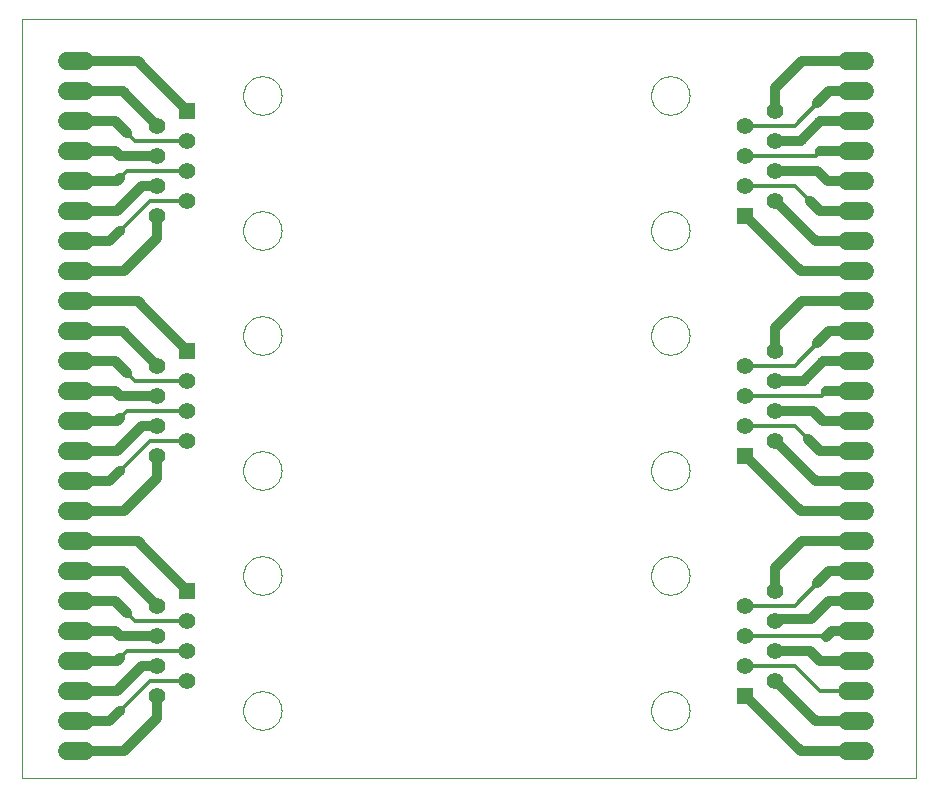
<source format=gtl>
G75*
%MOIN*%
%OFA0B0*%
%FSLAX24Y24*%
%IPPOS*%
%LPD*%
%AMOC8*
5,1,8,0,0,1.08239X$1,22.5*
%
%ADD10C,0.0000*%
%ADD11C,0.0554*%
%ADD12R,0.0554X0.0554*%
%ADD13C,0.0600*%
%ADD14C,0.0320*%
%ADD15C,0.0120*%
D10*
X000100Y000283D02*
X000100Y025583D01*
X029900Y025583D01*
X029900Y000283D01*
X000100Y000283D01*
X007460Y002533D02*
X007462Y002583D01*
X007468Y002633D01*
X007478Y002682D01*
X007491Y002731D01*
X007509Y002778D01*
X007530Y002824D01*
X007554Y002867D01*
X007582Y002909D01*
X007613Y002949D01*
X007647Y002986D01*
X007684Y003020D01*
X007724Y003051D01*
X007766Y003079D01*
X007809Y003103D01*
X007855Y003124D01*
X007902Y003142D01*
X007951Y003155D01*
X008000Y003165D01*
X008050Y003171D01*
X008100Y003173D01*
X008150Y003171D01*
X008200Y003165D01*
X008249Y003155D01*
X008298Y003142D01*
X008345Y003124D01*
X008391Y003103D01*
X008434Y003079D01*
X008476Y003051D01*
X008516Y003020D01*
X008553Y002986D01*
X008587Y002949D01*
X008618Y002909D01*
X008646Y002867D01*
X008670Y002824D01*
X008691Y002778D01*
X008709Y002731D01*
X008722Y002682D01*
X008732Y002633D01*
X008738Y002583D01*
X008740Y002533D01*
X008738Y002483D01*
X008732Y002433D01*
X008722Y002384D01*
X008709Y002335D01*
X008691Y002288D01*
X008670Y002242D01*
X008646Y002199D01*
X008618Y002157D01*
X008587Y002117D01*
X008553Y002080D01*
X008516Y002046D01*
X008476Y002015D01*
X008434Y001987D01*
X008391Y001963D01*
X008345Y001942D01*
X008298Y001924D01*
X008249Y001911D01*
X008200Y001901D01*
X008150Y001895D01*
X008100Y001893D01*
X008050Y001895D01*
X008000Y001901D01*
X007951Y001911D01*
X007902Y001924D01*
X007855Y001942D01*
X007809Y001963D01*
X007766Y001987D01*
X007724Y002015D01*
X007684Y002046D01*
X007647Y002080D01*
X007613Y002117D01*
X007582Y002157D01*
X007554Y002199D01*
X007530Y002242D01*
X007509Y002288D01*
X007491Y002335D01*
X007478Y002384D01*
X007468Y002433D01*
X007462Y002483D01*
X007460Y002533D01*
X007460Y007033D02*
X007462Y007083D01*
X007468Y007133D01*
X007478Y007182D01*
X007491Y007231D01*
X007509Y007278D01*
X007530Y007324D01*
X007554Y007367D01*
X007582Y007409D01*
X007613Y007449D01*
X007647Y007486D01*
X007684Y007520D01*
X007724Y007551D01*
X007766Y007579D01*
X007809Y007603D01*
X007855Y007624D01*
X007902Y007642D01*
X007951Y007655D01*
X008000Y007665D01*
X008050Y007671D01*
X008100Y007673D01*
X008150Y007671D01*
X008200Y007665D01*
X008249Y007655D01*
X008298Y007642D01*
X008345Y007624D01*
X008391Y007603D01*
X008434Y007579D01*
X008476Y007551D01*
X008516Y007520D01*
X008553Y007486D01*
X008587Y007449D01*
X008618Y007409D01*
X008646Y007367D01*
X008670Y007324D01*
X008691Y007278D01*
X008709Y007231D01*
X008722Y007182D01*
X008732Y007133D01*
X008738Y007083D01*
X008740Y007033D01*
X008738Y006983D01*
X008732Y006933D01*
X008722Y006884D01*
X008709Y006835D01*
X008691Y006788D01*
X008670Y006742D01*
X008646Y006699D01*
X008618Y006657D01*
X008587Y006617D01*
X008553Y006580D01*
X008516Y006546D01*
X008476Y006515D01*
X008434Y006487D01*
X008391Y006463D01*
X008345Y006442D01*
X008298Y006424D01*
X008249Y006411D01*
X008200Y006401D01*
X008150Y006395D01*
X008100Y006393D01*
X008050Y006395D01*
X008000Y006401D01*
X007951Y006411D01*
X007902Y006424D01*
X007855Y006442D01*
X007809Y006463D01*
X007766Y006487D01*
X007724Y006515D01*
X007684Y006546D01*
X007647Y006580D01*
X007613Y006617D01*
X007582Y006657D01*
X007554Y006699D01*
X007530Y006742D01*
X007509Y006788D01*
X007491Y006835D01*
X007478Y006884D01*
X007468Y006933D01*
X007462Y006983D01*
X007460Y007033D01*
X007460Y010533D02*
X007462Y010583D01*
X007468Y010633D01*
X007478Y010682D01*
X007491Y010731D01*
X007509Y010778D01*
X007530Y010824D01*
X007554Y010867D01*
X007582Y010909D01*
X007613Y010949D01*
X007647Y010986D01*
X007684Y011020D01*
X007724Y011051D01*
X007766Y011079D01*
X007809Y011103D01*
X007855Y011124D01*
X007902Y011142D01*
X007951Y011155D01*
X008000Y011165D01*
X008050Y011171D01*
X008100Y011173D01*
X008150Y011171D01*
X008200Y011165D01*
X008249Y011155D01*
X008298Y011142D01*
X008345Y011124D01*
X008391Y011103D01*
X008434Y011079D01*
X008476Y011051D01*
X008516Y011020D01*
X008553Y010986D01*
X008587Y010949D01*
X008618Y010909D01*
X008646Y010867D01*
X008670Y010824D01*
X008691Y010778D01*
X008709Y010731D01*
X008722Y010682D01*
X008732Y010633D01*
X008738Y010583D01*
X008740Y010533D01*
X008738Y010483D01*
X008732Y010433D01*
X008722Y010384D01*
X008709Y010335D01*
X008691Y010288D01*
X008670Y010242D01*
X008646Y010199D01*
X008618Y010157D01*
X008587Y010117D01*
X008553Y010080D01*
X008516Y010046D01*
X008476Y010015D01*
X008434Y009987D01*
X008391Y009963D01*
X008345Y009942D01*
X008298Y009924D01*
X008249Y009911D01*
X008200Y009901D01*
X008150Y009895D01*
X008100Y009893D01*
X008050Y009895D01*
X008000Y009901D01*
X007951Y009911D01*
X007902Y009924D01*
X007855Y009942D01*
X007809Y009963D01*
X007766Y009987D01*
X007724Y010015D01*
X007684Y010046D01*
X007647Y010080D01*
X007613Y010117D01*
X007582Y010157D01*
X007554Y010199D01*
X007530Y010242D01*
X007509Y010288D01*
X007491Y010335D01*
X007478Y010384D01*
X007468Y010433D01*
X007462Y010483D01*
X007460Y010533D01*
X007460Y015033D02*
X007462Y015083D01*
X007468Y015133D01*
X007478Y015182D01*
X007491Y015231D01*
X007509Y015278D01*
X007530Y015324D01*
X007554Y015367D01*
X007582Y015409D01*
X007613Y015449D01*
X007647Y015486D01*
X007684Y015520D01*
X007724Y015551D01*
X007766Y015579D01*
X007809Y015603D01*
X007855Y015624D01*
X007902Y015642D01*
X007951Y015655D01*
X008000Y015665D01*
X008050Y015671D01*
X008100Y015673D01*
X008150Y015671D01*
X008200Y015665D01*
X008249Y015655D01*
X008298Y015642D01*
X008345Y015624D01*
X008391Y015603D01*
X008434Y015579D01*
X008476Y015551D01*
X008516Y015520D01*
X008553Y015486D01*
X008587Y015449D01*
X008618Y015409D01*
X008646Y015367D01*
X008670Y015324D01*
X008691Y015278D01*
X008709Y015231D01*
X008722Y015182D01*
X008732Y015133D01*
X008738Y015083D01*
X008740Y015033D01*
X008738Y014983D01*
X008732Y014933D01*
X008722Y014884D01*
X008709Y014835D01*
X008691Y014788D01*
X008670Y014742D01*
X008646Y014699D01*
X008618Y014657D01*
X008587Y014617D01*
X008553Y014580D01*
X008516Y014546D01*
X008476Y014515D01*
X008434Y014487D01*
X008391Y014463D01*
X008345Y014442D01*
X008298Y014424D01*
X008249Y014411D01*
X008200Y014401D01*
X008150Y014395D01*
X008100Y014393D01*
X008050Y014395D01*
X008000Y014401D01*
X007951Y014411D01*
X007902Y014424D01*
X007855Y014442D01*
X007809Y014463D01*
X007766Y014487D01*
X007724Y014515D01*
X007684Y014546D01*
X007647Y014580D01*
X007613Y014617D01*
X007582Y014657D01*
X007554Y014699D01*
X007530Y014742D01*
X007509Y014788D01*
X007491Y014835D01*
X007478Y014884D01*
X007468Y014933D01*
X007462Y014983D01*
X007460Y015033D01*
X007460Y018533D02*
X007462Y018583D01*
X007468Y018633D01*
X007478Y018682D01*
X007491Y018731D01*
X007509Y018778D01*
X007530Y018824D01*
X007554Y018867D01*
X007582Y018909D01*
X007613Y018949D01*
X007647Y018986D01*
X007684Y019020D01*
X007724Y019051D01*
X007766Y019079D01*
X007809Y019103D01*
X007855Y019124D01*
X007902Y019142D01*
X007951Y019155D01*
X008000Y019165D01*
X008050Y019171D01*
X008100Y019173D01*
X008150Y019171D01*
X008200Y019165D01*
X008249Y019155D01*
X008298Y019142D01*
X008345Y019124D01*
X008391Y019103D01*
X008434Y019079D01*
X008476Y019051D01*
X008516Y019020D01*
X008553Y018986D01*
X008587Y018949D01*
X008618Y018909D01*
X008646Y018867D01*
X008670Y018824D01*
X008691Y018778D01*
X008709Y018731D01*
X008722Y018682D01*
X008732Y018633D01*
X008738Y018583D01*
X008740Y018533D01*
X008738Y018483D01*
X008732Y018433D01*
X008722Y018384D01*
X008709Y018335D01*
X008691Y018288D01*
X008670Y018242D01*
X008646Y018199D01*
X008618Y018157D01*
X008587Y018117D01*
X008553Y018080D01*
X008516Y018046D01*
X008476Y018015D01*
X008434Y017987D01*
X008391Y017963D01*
X008345Y017942D01*
X008298Y017924D01*
X008249Y017911D01*
X008200Y017901D01*
X008150Y017895D01*
X008100Y017893D01*
X008050Y017895D01*
X008000Y017901D01*
X007951Y017911D01*
X007902Y017924D01*
X007855Y017942D01*
X007809Y017963D01*
X007766Y017987D01*
X007724Y018015D01*
X007684Y018046D01*
X007647Y018080D01*
X007613Y018117D01*
X007582Y018157D01*
X007554Y018199D01*
X007530Y018242D01*
X007509Y018288D01*
X007491Y018335D01*
X007478Y018384D01*
X007468Y018433D01*
X007462Y018483D01*
X007460Y018533D01*
X007460Y023033D02*
X007462Y023083D01*
X007468Y023133D01*
X007478Y023182D01*
X007491Y023231D01*
X007509Y023278D01*
X007530Y023324D01*
X007554Y023367D01*
X007582Y023409D01*
X007613Y023449D01*
X007647Y023486D01*
X007684Y023520D01*
X007724Y023551D01*
X007766Y023579D01*
X007809Y023603D01*
X007855Y023624D01*
X007902Y023642D01*
X007951Y023655D01*
X008000Y023665D01*
X008050Y023671D01*
X008100Y023673D01*
X008150Y023671D01*
X008200Y023665D01*
X008249Y023655D01*
X008298Y023642D01*
X008345Y023624D01*
X008391Y023603D01*
X008434Y023579D01*
X008476Y023551D01*
X008516Y023520D01*
X008553Y023486D01*
X008587Y023449D01*
X008618Y023409D01*
X008646Y023367D01*
X008670Y023324D01*
X008691Y023278D01*
X008709Y023231D01*
X008722Y023182D01*
X008732Y023133D01*
X008738Y023083D01*
X008740Y023033D01*
X008738Y022983D01*
X008732Y022933D01*
X008722Y022884D01*
X008709Y022835D01*
X008691Y022788D01*
X008670Y022742D01*
X008646Y022699D01*
X008618Y022657D01*
X008587Y022617D01*
X008553Y022580D01*
X008516Y022546D01*
X008476Y022515D01*
X008434Y022487D01*
X008391Y022463D01*
X008345Y022442D01*
X008298Y022424D01*
X008249Y022411D01*
X008200Y022401D01*
X008150Y022395D01*
X008100Y022393D01*
X008050Y022395D01*
X008000Y022401D01*
X007951Y022411D01*
X007902Y022424D01*
X007855Y022442D01*
X007809Y022463D01*
X007766Y022487D01*
X007724Y022515D01*
X007684Y022546D01*
X007647Y022580D01*
X007613Y022617D01*
X007582Y022657D01*
X007554Y022699D01*
X007530Y022742D01*
X007509Y022788D01*
X007491Y022835D01*
X007478Y022884D01*
X007468Y022933D01*
X007462Y022983D01*
X007460Y023033D01*
X021060Y023033D02*
X021062Y023083D01*
X021068Y023133D01*
X021078Y023182D01*
X021091Y023231D01*
X021109Y023278D01*
X021130Y023324D01*
X021154Y023367D01*
X021182Y023409D01*
X021213Y023449D01*
X021247Y023486D01*
X021284Y023520D01*
X021324Y023551D01*
X021366Y023579D01*
X021409Y023603D01*
X021455Y023624D01*
X021502Y023642D01*
X021551Y023655D01*
X021600Y023665D01*
X021650Y023671D01*
X021700Y023673D01*
X021750Y023671D01*
X021800Y023665D01*
X021849Y023655D01*
X021898Y023642D01*
X021945Y023624D01*
X021991Y023603D01*
X022034Y023579D01*
X022076Y023551D01*
X022116Y023520D01*
X022153Y023486D01*
X022187Y023449D01*
X022218Y023409D01*
X022246Y023367D01*
X022270Y023324D01*
X022291Y023278D01*
X022309Y023231D01*
X022322Y023182D01*
X022332Y023133D01*
X022338Y023083D01*
X022340Y023033D01*
X022338Y022983D01*
X022332Y022933D01*
X022322Y022884D01*
X022309Y022835D01*
X022291Y022788D01*
X022270Y022742D01*
X022246Y022699D01*
X022218Y022657D01*
X022187Y022617D01*
X022153Y022580D01*
X022116Y022546D01*
X022076Y022515D01*
X022034Y022487D01*
X021991Y022463D01*
X021945Y022442D01*
X021898Y022424D01*
X021849Y022411D01*
X021800Y022401D01*
X021750Y022395D01*
X021700Y022393D01*
X021650Y022395D01*
X021600Y022401D01*
X021551Y022411D01*
X021502Y022424D01*
X021455Y022442D01*
X021409Y022463D01*
X021366Y022487D01*
X021324Y022515D01*
X021284Y022546D01*
X021247Y022580D01*
X021213Y022617D01*
X021182Y022657D01*
X021154Y022699D01*
X021130Y022742D01*
X021109Y022788D01*
X021091Y022835D01*
X021078Y022884D01*
X021068Y022933D01*
X021062Y022983D01*
X021060Y023033D01*
X021060Y018533D02*
X021062Y018583D01*
X021068Y018633D01*
X021078Y018682D01*
X021091Y018731D01*
X021109Y018778D01*
X021130Y018824D01*
X021154Y018867D01*
X021182Y018909D01*
X021213Y018949D01*
X021247Y018986D01*
X021284Y019020D01*
X021324Y019051D01*
X021366Y019079D01*
X021409Y019103D01*
X021455Y019124D01*
X021502Y019142D01*
X021551Y019155D01*
X021600Y019165D01*
X021650Y019171D01*
X021700Y019173D01*
X021750Y019171D01*
X021800Y019165D01*
X021849Y019155D01*
X021898Y019142D01*
X021945Y019124D01*
X021991Y019103D01*
X022034Y019079D01*
X022076Y019051D01*
X022116Y019020D01*
X022153Y018986D01*
X022187Y018949D01*
X022218Y018909D01*
X022246Y018867D01*
X022270Y018824D01*
X022291Y018778D01*
X022309Y018731D01*
X022322Y018682D01*
X022332Y018633D01*
X022338Y018583D01*
X022340Y018533D01*
X022338Y018483D01*
X022332Y018433D01*
X022322Y018384D01*
X022309Y018335D01*
X022291Y018288D01*
X022270Y018242D01*
X022246Y018199D01*
X022218Y018157D01*
X022187Y018117D01*
X022153Y018080D01*
X022116Y018046D01*
X022076Y018015D01*
X022034Y017987D01*
X021991Y017963D01*
X021945Y017942D01*
X021898Y017924D01*
X021849Y017911D01*
X021800Y017901D01*
X021750Y017895D01*
X021700Y017893D01*
X021650Y017895D01*
X021600Y017901D01*
X021551Y017911D01*
X021502Y017924D01*
X021455Y017942D01*
X021409Y017963D01*
X021366Y017987D01*
X021324Y018015D01*
X021284Y018046D01*
X021247Y018080D01*
X021213Y018117D01*
X021182Y018157D01*
X021154Y018199D01*
X021130Y018242D01*
X021109Y018288D01*
X021091Y018335D01*
X021078Y018384D01*
X021068Y018433D01*
X021062Y018483D01*
X021060Y018533D01*
X021060Y015033D02*
X021062Y015083D01*
X021068Y015133D01*
X021078Y015182D01*
X021091Y015231D01*
X021109Y015278D01*
X021130Y015324D01*
X021154Y015367D01*
X021182Y015409D01*
X021213Y015449D01*
X021247Y015486D01*
X021284Y015520D01*
X021324Y015551D01*
X021366Y015579D01*
X021409Y015603D01*
X021455Y015624D01*
X021502Y015642D01*
X021551Y015655D01*
X021600Y015665D01*
X021650Y015671D01*
X021700Y015673D01*
X021750Y015671D01*
X021800Y015665D01*
X021849Y015655D01*
X021898Y015642D01*
X021945Y015624D01*
X021991Y015603D01*
X022034Y015579D01*
X022076Y015551D01*
X022116Y015520D01*
X022153Y015486D01*
X022187Y015449D01*
X022218Y015409D01*
X022246Y015367D01*
X022270Y015324D01*
X022291Y015278D01*
X022309Y015231D01*
X022322Y015182D01*
X022332Y015133D01*
X022338Y015083D01*
X022340Y015033D01*
X022338Y014983D01*
X022332Y014933D01*
X022322Y014884D01*
X022309Y014835D01*
X022291Y014788D01*
X022270Y014742D01*
X022246Y014699D01*
X022218Y014657D01*
X022187Y014617D01*
X022153Y014580D01*
X022116Y014546D01*
X022076Y014515D01*
X022034Y014487D01*
X021991Y014463D01*
X021945Y014442D01*
X021898Y014424D01*
X021849Y014411D01*
X021800Y014401D01*
X021750Y014395D01*
X021700Y014393D01*
X021650Y014395D01*
X021600Y014401D01*
X021551Y014411D01*
X021502Y014424D01*
X021455Y014442D01*
X021409Y014463D01*
X021366Y014487D01*
X021324Y014515D01*
X021284Y014546D01*
X021247Y014580D01*
X021213Y014617D01*
X021182Y014657D01*
X021154Y014699D01*
X021130Y014742D01*
X021109Y014788D01*
X021091Y014835D01*
X021078Y014884D01*
X021068Y014933D01*
X021062Y014983D01*
X021060Y015033D01*
X021060Y010533D02*
X021062Y010583D01*
X021068Y010633D01*
X021078Y010682D01*
X021091Y010731D01*
X021109Y010778D01*
X021130Y010824D01*
X021154Y010867D01*
X021182Y010909D01*
X021213Y010949D01*
X021247Y010986D01*
X021284Y011020D01*
X021324Y011051D01*
X021366Y011079D01*
X021409Y011103D01*
X021455Y011124D01*
X021502Y011142D01*
X021551Y011155D01*
X021600Y011165D01*
X021650Y011171D01*
X021700Y011173D01*
X021750Y011171D01*
X021800Y011165D01*
X021849Y011155D01*
X021898Y011142D01*
X021945Y011124D01*
X021991Y011103D01*
X022034Y011079D01*
X022076Y011051D01*
X022116Y011020D01*
X022153Y010986D01*
X022187Y010949D01*
X022218Y010909D01*
X022246Y010867D01*
X022270Y010824D01*
X022291Y010778D01*
X022309Y010731D01*
X022322Y010682D01*
X022332Y010633D01*
X022338Y010583D01*
X022340Y010533D01*
X022338Y010483D01*
X022332Y010433D01*
X022322Y010384D01*
X022309Y010335D01*
X022291Y010288D01*
X022270Y010242D01*
X022246Y010199D01*
X022218Y010157D01*
X022187Y010117D01*
X022153Y010080D01*
X022116Y010046D01*
X022076Y010015D01*
X022034Y009987D01*
X021991Y009963D01*
X021945Y009942D01*
X021898Y009924D01*
X021849Y009911D01*
X021800Y009901D01*
X021750Y009895D01*
X021700Y009893D01*
X021650Y009895D01*
X021600Y009901D01*
X021551Y009911D01*
X021502Y009924D01*
X021455Y009942D01*
X021409Y009963D01*
X021366Y009987D01*
X021324Y010015D01*
X021284Y010046D01*
X021247Y010080D01*
X021213Y010117D01*
X021182Y010157D01*
X021154Y010199D01*
X021130Y010242D01*
X021109Y010288D01*
X021091Y010335D01*
X021078Y010384D01*
X021068Y010433D01*
X021062Y010483D01*
X021060Y010533D01*
X021060Y007033D02*
X021062Y007083D01*
X021068Y007133D01*
X021078Y007182D01*
X021091Y007231D01*
X021109Y007278D01*
X021130Y007324D01*
X021154Y007367D01*
X021182Y007409D01*
X021213Y007449D01*
X021247Y007486D01*
X021284Y007520D01*
X021324Y007551D01*
X021366Y007579D01*
X021409Y007603D01*
X021455Y007624D01*
X021502Y007642D01*
X021551Y007655D01*
X021600Y007665D01*
X021650Y007671D01*
X021700Y007673D01*
X021750Y007671D01*
X021800Y007665D01*
X021849Y007655D01*
X021898Y007642D01*
X021945Y007624D01*
X021991Y007603D01*
X022034Y007579D01*
X022076Y007551D01*
X022116Y007520D01*
X022153Y007486D01*
X022187Y007449D01*
X022218Y007409D01*
X022246Y007367D01*
X022270Y007324D01*
X022291Y007278D01*
X022309Y007231D01*
X022322Y007182D01*
X022332Y007133D01*
X022338Y007083D01*
X022340Y007033D01*
X022338Y006983D01*
X022332Y006933D01*
X022322Y006884D01*
X022309Y006835D01*
X022291Y006788D01*
X022270Y006742D01*
X022246Y006699D01*
X022218Y006657D01*
X022187Y006617D01*
X022153Y006580D01*
X022116Y006546D01*
X022076Y006515D01*
X022034Y006487D01*
X021991Y006463D01*
X021945Y006442D01*
X021898Y006424D01*
X021849Y006411D01*
X021800Y006401D01*
X021750Y006395D01*
X021700Y006393D01*
X021650Y006395D01*
X021600Y006401D01*
X021551Y006411D01*
X021502Y006424D01*
X021455Y006442D01*
X021409Y006463D01*
X021366Y006487D01*
X021324Y006515D01*
X021284Y006546D01*
X021247Y006580D01*
X021213Y006617D01*
X021182Y006657D01*
X021154Y006699D01*
X021130Y006742D01*
X021109Y006788D01*
X021091Y006835D01*
X021078Y006884D01*
X021068Y006933D01*
X021062Y006983D01*
X021060Y007033D01*
X021060Y002533D02*
X021062Y002583D01*
X021068Y002633D01*
X021078Y002682D01*
X021091Y002731D01*
X021109Y002778D01*
X021130Y002824D01*
X021154Y002867D01*
X021182Y002909D01*
X021213Y002949D01*
X021247Y002986D01*
X021284Y003020D01*
X021324Y003051D01*
X021366Y003079D01*
X021409Y003103D01*
X021455Y003124D01*
X021502Y003142D01*
X021551Y003155D01*
X021600Y003165D01*
X021650Y003171D01*
X021700Y003173D01*
X021750Y003171D01*
X021800Y003165D01*
X021849Y003155D01*
X021898Y003142D01*
X021945Y003124D01*
X021991Y003103D01*
X022034Y003079D01*
X022076Y003051D01*
X022116Y003020D01*
X022153Y002986D01*
X022187Y002949D01*
X022218Y002909D01*
X022246Y002867D01*
X022270Y002824D01*
X022291Y002778D01*
X022309Y002731D01*
X022322Y002682D01*
X022332Y002633D01*
X022338Y002583D01*
X022340Y002533D01*
X022338Y002483D01*
X022332Y002433D01*
X022322Y002384D01*
X022309Y002335D01*
X022291Y002288D01*
X022270Y002242D01*
X022246Y002199D01*
X022218Y002157D01*
X022187Y002117D01*
X022153Y002080D01*
X022116Y002046D01*
X022076Y002015D01*
X022034Y001987D01*
X021991Y001963D01*
X021945Y001942D01*
X021898Y001924D01*
X021849Y001911D01*
X021800Y001901D01*
X021750Y001895D01*
X021700Y001893D01*
X021650Y001895D01*
X021600Y001901D01*
X021551Y001911D01*
X021502Y001924D01*
X021455Y001942D01*
X021409Y001963D01*
X021366Y001987D01*
X021324Y002015D01*
X021284Y002046D01*
X021247Y002080D01*
X021213Y002117D01*
X021182Y002157D01*
X021154Y002199D01*
X021130Y002242D01*
X021109Y002288D01*
X021091Y002335D01*
X021078Y002384D01*
X021068Y002433D01*
X021062Y002483D01*
X021060Y002533D01*
D11*
X024200Y004033D03*
X024200Y005033D03*
X024200Y006033D03*
X025200Y005533D03*
X025200Y004533D03*
X025200Y003533D03*
X025200Y006533D03*
X025200Y011533D03*
X025200Y012533D03*
X025200Y013533D03*
X025200Y014533D03*
X024200Y014033D03*
X024200Y013033D03*
X024200Y012033D03*
X025200Y019533D03*
X025200Y020533D03*
X025200Y021533D03*
X025200Y022533D03*
X024200Y022033D03*
X024200Y021033D03*
X024200Y020033D03*
X005600Y019533D03*
X005600Y020533D03*
X004600Y020033D03*
X004600Y021033D03*
X005600Y021533D03*
X004600Y022033D03*
X004600Y019033D03*
X004600Y014033D03*
X005600Y013533D03*
X004600Y013033D03*
X005600Y012533D03*
X004600Y012033D03*
X005600Y011533D03*
X004600Y011033D03*
X004600Y006033D03*
X005600Y005533D03*
X004600Y005033D03*
X005600Y004533D03*
X004600Y004033D03*
X005600Y003533D03*
X004600Y003033D03*
D12*
X005600Y006533D03*
X005600Y014533D03*
X005600Y022533D03*
X024200Y019033D03*
X024200Y011033D03*
X024200Y003033D03*
D13*
X027600Y003183D02*
X028200Y003183D01*
X028200Y002183D02*
X027600Y002183D01*
X027600Y001183D02*
X028200Y001183D01*
X028200Y004183D02*
X027600Y004183D01*
X027600Y005183D02*
X028200Y005183D01*
X028200Y006183D02*
X027600Y006183D01*
X027600Y007183D02*
X028200Y007183D01*
X028200Y008183D02*
X027600Y008183D01*
X027600Y009183D02*
X028200Y009183D01*
X028200Y010183D02*
X027600Y010183D01*
X027600Y011183D02*
X028200Y011183D01*
X028200Y012183D02*
X027600Y012183D01*
X027600Y013183D02*
X028200Y013183D01*
X028200Y014183D02*
X027600Y014183D01*
X027600Y015183D02*
X028200Y015183D01*
X028200Y016183D02*
X027600Y016183D01*
X027600Y017183D02*
X028200Y017183D01*
X028200Y018183D02*
X027600Y018183D01*
X027600Y019183D02*
X028200Y019183D01*
X028200Y020183D02*
X027600Y020183D01*
X027600Y021183D02*
X028200Y021183D01*
X028200Y022183D02*
X027600Y022183D01*
X027600Y023183D02*
X028200Y023183D01*
X028200Y024183D02*
X027600Y024183D01*
X002200Y024183D02*
X001600Y024183D01*
X001600Y023183D02*
X002200Y023183D01*
X002200Y022183D02*
X001600Y022183D01*
X001600Y021183D02*
X002200Y021183D01*
X002200Y020183D02*
X001600Y020183D01*
X001600Y019183D02*
X002200Y019183D01*
X002200Y018183D02*
X001600Y018183D01*
X001600Y017183D02*
X002200Y017183D01*
X002200Y016183D02*
X001600Y016183D01*
X001600Y015183D02*
X002200Y015183D01*
X002200Y014183D02*
X001600Y014183D01*
X001600Y013183D02*
X002200Y013183D01*
X002200Y012183D02*
X001600Y012183D01*
X001600Y011183D02*
X002200Y011183D01*
X002200Y010183D02*
X001600Y010183D01*
X001600Y009183D02*
X002200Y009183D01*
X002200Y008183D02*
X001600Y008183D01*
X001600Y007183D02*
X002200Y007183D01*
X002200Y006183D02*
X001600Y006183D01*
X001600Y005183D02*
X002200Y005183D01*
X002200Y004183D02*
X001600Y004183D01*
X001600Y003183D02*
X002200Y003183D01*
X002200Y002183D02*
X001600Y002183D01*
X001600Y001183D02*
X002200Y001183D01*
D14*
X001900Y001183D02*
X003500Y001183D01*
X004600Y002283D01*
X004600Y003033D01*
X004600Y004033D02*
X004100Y004033D01*
X003250Y003183D01*
X001900Y003183D01*
X001900Y002183D02*
X003000Y002183D01*
X003350Y002533D01*
X003250Y004183D02*
X001900Y004183D01*
X001900Y005183D02*
X003200Y005183D01*
X003350Y005033D01*
X004600Y005033D01*
X003600Y005783D02*
X003200Y006183D01*
X001900Y006183D01*
X001900Y007183D02*
X003450Y007183D01*
X004600Y006033D01*
X005600Y006533D02*
X003950Y008183D01*
X001900Y008183D01*
X001900Y009183D02*
X003500Y009183D01*
X004600Y010283D01*
X004600Y011033D01*
X004600Y012033D02*
X004100Y012033D01*
X003250Y011183D01*
X001900Y011183D01*
X001900Y010183D02*
X003000Y010183D01*
X003350Y010533D01*
X003250Y012183D02*
X001900Y012183D01*
X001900Y013183D02*
X003200Y013183D01*
X003350Y013033D01*
X004600Y013033D01*
X003600Y013783D02*
X003200Y014183D01*
X001900Y014183D01*
X001900Y015183D02*
X003450Y015183D01*
X004600Y014033D01*
X005600Y014533D02*
X003950Y016183D01*
X001900Y016183D01*
X001900Y017183D02*
X003500Y017183D01*
X004600Y018283D01*
X004600Y019033D01*
X004600Y020033D02*
X004100Y020033D01*
X003250Y019183D01*
X001900Y019183D01*
X001900Y018183D02*
X003000Y018183D01*
X003350Y018533D01*
X003250Y020183D02*
X001900Y020183D01*
X001900Y021183D02*
X003200Y021183D01*
X003350Y021033D01*
X004600Y021033D01*
X003600Y021783D02*
X003200Y022183D01*
X001900Y022183D01*
X001900Y023183D02*
X003450Y023183D01*
X004600Y022033D01*
X005600Y022533D02*
X003950Y024183D01*
X001900Y024183D01*
X003350Y020283D02*
X003250Y020183D01*
X003350Y012283D02*
X003250Y012183D01*
X003350Y004283D02*
X003250Y004183D01*
X024200Y003033D02*
X026050Y001183D01*
X027900Y001183D01*
X027900Y002183D02*
X026550Y002183D01*
X025200Y003533D01*
X025200Y004533D02*
X026350Y004533D01*
X026700Y004183D01*
X027900Y004183D01*
X027900Y005183D02*
X027100Y005183D01*
X026900Y004983D01*
X026400Y005583D02*
X025250Y005583D01*
X025200Y005533D01*
X025200Y006533D02*
X025200Y007283D01*
X026100Y008183D01*
X027900Y008183D01*
X027900Y007183D02*
X027000Y007183D01*
X026600Y006783D01*
X027000Y006183D02*
X026400Y005583D01*
X027000Y006183D02*
X027900Y006183D01*
X027900Y009183D02*
X026050Y009183D01*
X024200Y011033D01*
X025200Y011533D02*
X026550Y010183D01*
X027900Y010183D01*
X027900Y011183D02*
X026700Y011183D01*
X026300Y011583D01*
X026800Y012183D02*
X027900Y012183D01*
X027900Y013183D02*
X026900Y013183D01*
X026150Y013533D02*
X025200Y013533D01*
X026150Y013533D02*
X026800Y014183D01*
X027900Y014183D01*
X027900Y015183D02*
X027000Y015183D01*
X026600Y014783D01*
X025200Y014533D02*
X025200Y015283D01*
X026100Y016183D01*
X027900Y016183D01*
X027900Y017183D02*
X026050Y017183D01*
X024200Y019033D01*
X025200Y019533D02*
X026550Y018183D01*
X027900Y018183D01*
X027900Y019183D02*
X026700Y019183D01*
X026350Y019533D01*
X026950Y020183D02*
X026600Y020533D01*
X025200Y020533D01*
X025200Y021533D02*
X026050Y021533D01*
X026700Y022183D01*
X027900Y022183D01*
X027900Y021183D02*
X026700Y021183D01*
X026950Y020183D02*
X027900Y020183D01*
X025200Y022533D02*
X025200Y023283D01*
X026100Y024183D01*
X027900Y024183D01*
X027900Y023183D02*
X027000Y023183D01*
X026600Y022783D01*
X026450Y012533D02*
X025200Y012533D01*
X026450Y012533D02*
X026800Y012183D01*
D15*
X026300Y011583D02*
X025850Y012033D01*
X024200Y012033D01*
X024200Y013033D02*
X026750Y013033D01*
X026900Y013183D01*
X025850Y014033D02*
X024200Y014033D01*
X025850Y014033D02*
X026600Y014783D01*
X026350Y019533D02*
X025850Y020033D01*
X024200Y020033D01*
X024200Y021033D02*
X026550Y021033D01*
X026700Y021183D01*
X025850Y022033D02*
X026600Y022783D01*
X025850Y022033D02*
X024200Y022033D01*
X026600Y006783D02*
X025850Y006033D01*
X024200Y006033D01*
X024200Y005033D02*
X026850Y005033D01*
X026900Y004983D01*
X025850Y004033D02*
X026700Y003183D01*
X027900Y003183D01*
X025850Y004033D02*
X024200Y004033D01*
X005600Y003533D02*
X004350Y003533D01*
X003350Y002533D01*
X003350Y004283D02*
X003600Y004533D01*
X005600Y004533D01*
X005600Y005533D02*
X003850Y005533D01*
X003600Y005783D01*
X003350Y010533D02*
X004350Y011533D01*
X005600Y011533D01*
X005600Y012533D02*
X003600Y012533D01*
X003350Y012283D01*
X003850Y013533D02*
X005600Y013533D01*
X003850Y013533D02*
X003600Y013783D01*
X003350Y018533D02*
X004350Y019533D01*
X005600Y019533D01*
X005600Y020533D02*
X003600Y020533D01*
X003350Y020283D01*
X003850Y021533D02*
X005600Y021533D01*
X003850Y021533D02*
X003600Y021783D01*
M02*

</source>
